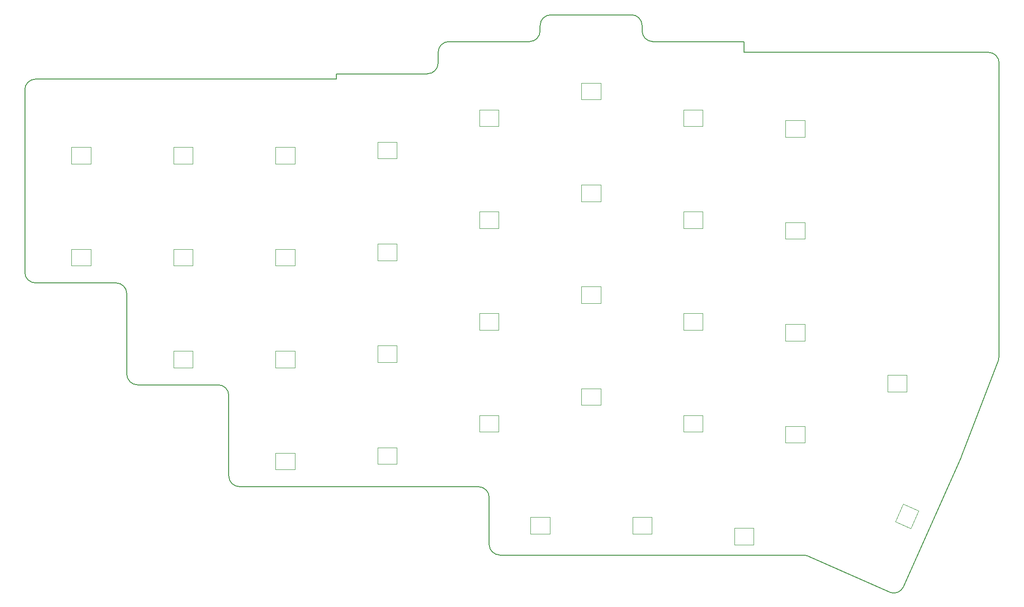
<source format=gbr>
%TF.GenerationSoftware,KiCad,Pcbnew,8.0.6*%
%TF.CreationDate,2025-01-09T22:44:34+01:00*%
%TF.ProjectId,deley,64656c65-792e-46b6-9963-61645f706362,0.1*%
%TF.SameCoordinates,Original*%
%TF.FileFunction,Profile,NP*%
%FSLAX46Y46*%
G04 Gerber Fmt 4.6, Leading zero omitted, Abs format (unit mm)*
G04 Created by KiCad (PCBNEW 8.0.6) date 2025-01-09 22:44:34*
%MOMM*%
%LPD*%
G01*
G04 APERTURE LIST*
%TA.AperFunction,Profile*%
%ADD10C,0.150000*%
%TD*%
%TA.AperFunction,Profile*%
%ADD11C,0.120000*%
%TD*%
G04 APERTURE END LIST*
D10*
X116500000Y-141500000D02*
X101500000Y-141500000D01*
X178500000Y-96500000D02*
X193500000Y-96500000D01*
X120500000Y-160500000D02*
G75*
G02*
X118500000Y-158500000I0J2000000D01*
G01*
X281000000Y-100500000D02*
X281000000Y-155132033D01*
X263196158Y-198154930D02*
G75*
G02*
X260555603Y-199168528I-1827058J813430D01*
G01*
X101500000Y-141500000D02*
G75*
G02*
X99500000Y-139500000I0J2000000D01*
G01*
X244600279Y-192253996D02*
X187999864Y-192250136D01*
X135500000Y-160500000D02*
X120500000Y-160500000D01*
X260555594Y-199168548D02*
X245413616Y-192426905D01*
X244600279Y-192253996D02*
G75*
G02*
X245413623Y-192426889I-179J-2000404D01*
G01*
X186000000Y-190250136D02*
X186000000Y-181500000D01*
X279000000Y-98500000D02*
G75*
G02*
X281000000Y-100500000I0J-2000000D01*
G01*
X176500000Y-100500000D02*
X176500000Y-98500000D01*
X214500000Y-93500000D02*
X214500000Y-94500000D01*
X273994253Y-173894581D02*
G75*
G02*
X273952312Y-173996215I-1865053J710181D01*
G01*
X216500000Y-96500000D02*
X233500000Y-96500000D01*
X195500000Y-94500000D02*
X195500000Y-93500000D01*
X273952311Y-173996215D02*
X263196158Y-198154930D01*
X116500000Y-141500000D02*
G75*
G02*
X118500000Y-143500000I0J-2000000D01*
G01*
X212500000Y-91500000D02*
G75*
G02*
X214500000Y-93500000I0J-2000000D01*
G01*
X280869033Y-155843872D02*
X273994253Y-173894581D01*
X195500000Y-94500000D02*
G75*
G02*
X193500000Y-96500000I-2000000J0D01*
G01*
X195500000Y-93500000D02*
G75*
G02*
X197500000Y-91500000I2000000J0D01*
G01*
X176500000Y-100500000D02*
G75*
G02*
X174500000Y-102500000I-2000000J0D01*
G01*
X157500000Y-102500000D02*
X174500000Y-102500000D01*
X184000000Y-179500000D02*
G75*
G02*
X186000000Y-181500000I0J-2000000D01*
G01*
X184000000Y-179500000D02*
X139500000Y-179500000D01*
X281000000Y-155132033D02*
G75*
G02*
X280869041Y-155843875I-2000300J33D01*
G01*
X139500000Y-179500000D02*
G75*
G02*
X137500000Y-177500000I0J2000000D01*
G01*
X233500000Y-96500000D02*
X233500000Y-98500000D01*
X101500000Y-103500000D02*
X157500000Y-103500000D01*
X233500000Y-98500000D02*
X279000000Y-98500000D01*
X157500000Y-103500000D02*
X157500000Y-102500000D01*
X135500000Y-160500000D02*
G75*
G02*
X137500000Y-162500000I0J-2000000D01*
G01*
X118500000Y-158500000D02*
X118500000Y-143500000D01*
X216500000Y-96500000D02*
G75*
G02*
X214500000Y-94500000I0J2000000D01*
G01*
X197500000Y-91500000D02*
X212500000Y-91500000D01*
X137500000Y-177500000D02*
X137500000Y-162500000D01*
X176500000Y-98500000D02*
G75*
G02*
X178500000Y-96500000I2000000J0D01*
G01*
X99500000Y-139500000D02*
X99500000Y-105500000D01*
X187999864Y-192250136D02*
G75*
G02*
X186000064Y-190250136I136J1999936D01*
G01*
X99500000Y-105500000D02*
G75*
G02*
X101500000Y-103500000I2000000J0D01*
G01*
D11*
%TO.C,LED34*%
X265987462Y-184018059D02*
X264523211Y-187306823D01*
X261691220Y-186045939D01*
X263155471Y-182757175D01*
X265987462Y-184018059D01*
%TO.C,LED6*%
X146200000Y-173200000D02*
X149800000Y-173200000D01*
X149800000Y-176300000D01*
X146200000Y-176300000D01*
X146200000Y-173200000D01*
%TO.C,LED11*%
X184200000Y-147200000D02*
X187800000Y-147200000D01*
X187800000Y-150300000D01*
X184200000Y-150300000D01*
X184200000Y-147200000D01*
%TO.C,LED3*%
X127200000Y-154200000D02*
X130800000Y-154200000D01*
X130800000Y-157300000D01*
X127200000Y-157300000D01*
X127200000Y-154200000D01*
%TO.C,LED26*%
X206800000Y-145300000D02*
X203200000Y-145300000D01*
X203200000Y-142200000D01*
X206800000Y-142200000D01*
X206800000Y-145300000D01*
%TO.C,LED14*%
X222200000Y-166200000D02*
X225800000Y-166200000D01*
X225800000Y-169300000D01*
X222200000Y-169300000D01*
X222200000Y-166200000D01*
%TO.C,LED21*%
X168800000Y-175300000D02*
X165200000Y-175300000D01*
X165200000Y-172200000D01*
X168800000Y-172200000D01*
X168800000Y-175300000D01*
%TO.C,LED12*%
X184200000Y-128200000D02*
X187800000Y-128200000D01*
X187800000Y-131300000D01*
X184200000Y-131300000D01*
X184200000Y-128200000D01*
%TO.C,LED25*%
X206800000Y-164300000D02*
X203200000Y-164300000D01*
X203200000Y-161200000D01*
X206800000Y-161200000D01*
X206800000Y-164300000D01*
%TO.C,LED8*%
X146200000Y-135200000D02*
X149800000Y-135200000D01*
X149800000Y-138300000D01*
X146200000Y-138300000D01*
X146200000Y-135200000D01*
%TO.C,LED20*%
X260200000Y-158700000D02*
X263800000Y-158700000D01*
X263800000Y-161800000D01*
X260200000Y-161800000D01*
X260200000Y-158700000D01*
%TO.C,LED30*%
X244800000Y-152300000D02*
X241200000Y-152300000D01*
X241200000Y-149200000D01*
X244800000Y-149200000D01*
X244800000Y-152300000D01*
%TO.C,LED19*%
X231700000Y-187200000D02*
X235300000Y-187200000D01*
X235300000Y-190300000D01*
X231700000Y-190300000D01*
X231700000Y-187200000D01*
%TO.C,LED9*%
X146200000Y-116200000D02*
X149800000Y-116200000D01*
X149800000Y-119300000D01*
X146200000Y-119300000D01*
X146200000Y-116200000D01*
%TO.C,LED23*%
X168800000Y-137300000D02*
X165200000Y-137300000D01*
X165200000Y-134200000D01*
X168800000Y-134200000D01*
X168800000Y-137300000D01*
%TO.C,LED31*%
X244800000Y-133300000D02*
X241200000Y-133300000D01*
X241200000Y-130200000D01*
X244800000Y-130200000D01*
X244800000Y-133300000D01*
%TO.C,LED1*%
X108200000Y-135200000D02*
X111800000Y-135200000D01*
X111800000Y-138300000D01*
X108200000Y-138300000D01*
X108200000Y-135200000D01*
%TO.C,LED24*%
X168800000Y-118300000D02*
X165200000Y-118300000D01*
X165200000Y-115200000D01*
X168800000Y-115200000D01*
X168800000Y-118300000D01*
%TO.C,LED5*%
X127200000Y-116200000D02*
X130800000Y-116200000D01*
X130800000Y-119300000D01*
X127200000Y-119300000D01*
X127200000Y-116200000D01*
%TO.C,LED33*%
X216300000Y-188300000D02*
X212700000Y-188300000D01*
X212700000Y-185200000D01*
X216300000Y-185200000D01*
X216300000Y-188300000D01*
%TO.C,LED22*%
X168800000Y-156300000D02*
X165200000Y-156300000D01*
X165200000Y-153200000D01*
X168800000Y-153200000D01*
X168800000Y-156300000D01*
%TO.C,LED28*%
X206800000Y-107300000D02*
X203200000Y-107300000D01*
X203200000Y-104200000D01*
X206800000Y-104200000D01*
X206800000Y-107300000D01*
%TO.C,LED27*%
X206800000Y-126300000D02*
X203200000Y-126300000D01*
X203200000Y-123200000D01*
X206800000Y-123200000D01*
X206800000Y-126300000D01*
%TO.C,LED18*%
X193700000Y-185200000D02*
X197300000Y-185200000D01*
X197300000Y-188300000D01*
X193700000Y-188300000D01*
X193700000Y-185200000D01*
%TO.C,LED16*%
X222200000Y-128200000D02*
X225800000Y-128200000D01*
X225800000Y-131300000D01*
X222200000Y-131300000D01*
X222200000Y-128200000D01*
%TO.C,LED7*%
X146200000Y-154200000D02*
X149800000Y-154200000D01*
X149800000Y-157300000D01*
X146200000Y-157300000D01*
X146200000Y-154200000D01*
%TO.C,LED15*%
X222200000Y-147200000D02*
X225800000Y-147200000D01*
X225800000Y-150300000D01*
X222200000Y-150300000D01*
X222200000Y-147200000D01*
%TO.C,LED29*%
X244800000Y-171300000D02*
X241200000Y-171300000D01*
X241200000Y-168200000D01*
X244800000Y-168200000D01*
X244800000Y-171300000D01*
%TO.C,LED13*%
X184200000Y-109200000D02*
X187800000Y-109200000D01*
X187800000Y-112300000D01*
X184200000Y-112300000D01*
X184200000Y-109200000D01*
%TO.C,LED17*%
X222200000Y-109200000D02*
X225800000Y-109200000D01*
X225800000Y-112300000D01*
X222200000Y-112300000D01*
X222200000Y-109200000D01*
%TO.C,LED32*%
X244800000Y-114300000D02*
X241200000Y-114300000D01*
X241200000Y-111200000D01*
X244800000Y-111200000D01*
X244800000Y-114300000D01*
%TO.C,LED10*%
X184200000Y-166200000D02*
X187800000Y-166200000D01*
X187800000Y-169300000D01*
X184200000Y-169300000D01*
X184200000Y-166200000D01*
%TO.C,LED4*%
X127200000Y-135200000D02*
X130800000Y-135200000D01*
X130800000Y-138300000D01*
X127200000Y-138300000D01*
X127200000Y-135200000D01*
%TO.C,LED2*%
X108200000Y-116200000D02*
X111800000Y-116200000D01*
X111800000Y-119300000D01*
X108200000Y-119300000D01*
X108200000Y-116200000D01*
%TD*%
M02*

</source>
